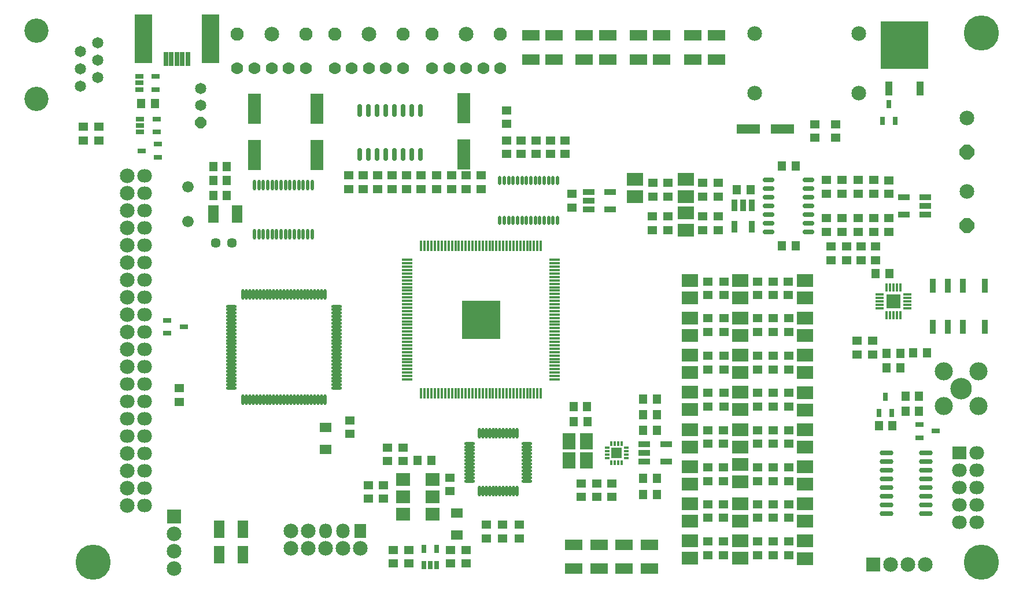
<source format=gts>
G04*
G04 #@! TF.GenerationSoftware,Altium Limited,Altium Designer,21.9.1 (22)*
G04*
G04 Layer_Color=8388736*
%FSLAX44Y44*%
%MOMM*%
G71*
G04*
G04 #@! TF.SameCoordinates,E6CF621C-C939-4E50-91FD-6E13A024CA84*
G04*
G04*
G04 #@! TF.FilePolarity,Negative*
G04*
G01*
G75*
%ADD23R,5.5000X5.5250*%
%ADD24O,1.5500X0.4500*%
%ADD25O,0.4500X1.5500*%
%ADD26R,1.4000X1.1500*%
%ADD27R,0.7500X0.4000*%
%ADD28R,1.6000X1.6000*%
%ADD29R,0.4000X0.7500*%
%ADD30R,0.7500X1.1500*%
%ADD31R,1.1500X1.4000*%
%ADD32R,1.1500X0.7500*%
%ADD33O,1.5500X0.4000*%
%ADD34O,0.4000X1.5500*%
%ADD35R,2.1500X1.9500*%
%ADD36R,1.2500X0.4000*%
%ADD37R,0.4000X1.2500*%
%ADD38R,2.1500X2.1500*%
%ADD39R,2.5500X1.5500*%
%ADD40R,3.4500X1.3500*%
%ADD41R,1.1000X2.0500*%
%ADD42R,6.9500X7.0500*%
%ADD43R,2.3900X1.8500*%
%ADD44O,2.0000X0.7500*%
%ADD45O,0.7000X1.9000*%
G04:AMPARAMS|DCode=46|XSize=1.75mm|YSize=0.75mm|CornerRadius=0.375mm|HoleSize=0mm|Usage=FLASHONLY|Rotation=180.000|XOffset=0mm|YOffset=0mm|HoleType=Round|Shape=RoundedRectangle|*
%AMROUNDEDRECTD46*
21,1,1.7500,0.0000,0,0,180.0*
21,1,1.0000,0.7500,0,0,180.0*
1,1,0.7500,-0.5000,0.0000*
1,1,0.7500,0.5000,0.0000*
1,1,0.7500,0.5000,0.0000*
1,1,0.7500,-0.5000,0.0000*
%
%ADD46ROUNDEDRECTD46*%
G04:AMPARAMS|DCode=47|XSize=1.55mm|YSize=0.5mm|CornerRadius=0.25mm|HoleSize=0mm|Usage=FLASHONLY|Rotation=90.000|XOffset=0mm|YOffset=0mm|HoleType=Round|Shape=RoundedRectangle|*
%AMROUNDEDRECTD47*
21,1,1.5500,0.0000,0,0,90.0*
21,1,1.0500,0.5000,0,0,90.0*
1,1,0.5000,0.0000,0.5250*
1,1,0.5000,0.0000,-0.5250*
1,1,0.5000,0.0000,-0.5250*
1,1,0.5000,0.0000,0.5250*
%
%ADD47ROUNDEDRECTD47*%
%ADD48O,0.5000X1.3500*%
%ADD49R,0.6500X2.1500*%
%ADD50R,2.6500X7.1500*%
%ADD51R,0.8500X2.1500*%
%ADD52R,1.9500X4.4000*%
%ADD53R,1.8000X0.9100*%
%ADD54R,0.9100X1.8000*%
%ADD55R,1.7500X1.3500*%
%ADD56R,1.5500X2.5500*%
%ADD57R,1.8500X2.3900*%
%ADD58C,0.8500*%
%ADD59R,2.1500X1.9500*%
%ADD60O,2.1500X1.9500*%
%ADD61R,5.7032X5.7032*%
%ADD62C,1.6500*%
%ADD63C,2.1500*%
%ADD64P,2.3272X8X112.5*%
%ADD65R,1.7500X2.1500*%
%ADD66O,1.9500X2.1500*%
%ADD67O,1.8500X2.1500*%
%ADD68R,2.1500X2.1500*%
%ADD69C,3.1500*%
%ADD70C,2.6500*%
%ADD71P,1.7860X8X112.5*%
%ADD72C,1.6740*%
%ADD73C,5.1500*%
%ADD74C,1.4500*%
%ADD75C,1.7740*%
%ADD76C,1.9500*%
%ADD77C,0.6500*%
%ADD78C,3.5500*%
%ADD79C,1.3500*%
%ADD80C,1.1500*%
D23*
X677750Y-449875D02*
D03*
D24*
X744825Y-686001D02*
D03*
Y-681001D02*
D03*
Y-676001D02*
D03*
Y-671001D02*
D03*
Y-666001D02*
D03*
X744825Y-661001D02*
D03*
Y-656001D02*
D03*
X744825Y-651001D02*
D03*
Y-646001D02*
D03*
Y-641001D02*
D03*
Y-636001D02*
D03*
Y-631001D02*
D03*
X660825D02*
D03*
Y-636001D02*
D03*
Y-641001D02*
D03*
Y-646001D02*
D03*
Y-651001D02*
D03*
X660825Y-656001D02*
D03*
Y-661001D02*
D03*
X660825Y-666001D02*
D03*
Y-671001D02*
D03*
Y-676001D02*
D03*
Y-681001D02*
D03*
Y-686001D02*
D03*
X466250Y-430250D02*
D03*
Y-435250D02*
D03*
Y-440250D02*
D03*
Y-445250D02*
D03*
Y-450250D02*
D03*
Y-455250D02*
D03*
Y-460250D02*
D03*
Y-465250D02*
D03*
Y-470250D02*
D03*
Y-475250D02*
D03*
Y-480250D02*
D03*
Y-485250D02*
D03*
Y-490250D02*
D03*
Y-495250D02*
D03*
Y-500250D02*
D03*
Y-505250D02*
D03*
Y-510250D02*
D03*
Y-515250D02*
D03*
Y-520250D02*
D03*
Y-525250D02*
D03*
Y-530250D02*
D03*
Y-535250D02*
D03*
Y-540250D02*
D03*
Y-545250D02*
D03*
Y-550250D02*
D03*
X312250D02*
D03*
Y-545250D02*
D03*
Y-540250D02*
D03*
Y-535250D02*
D03*
Y-530250D02*
D03*
Y-525250D02*
D03*
Y-520250D02*
D03*
Y-515250D02*
D03*
Y-510250D02*
D03*
Y-505250D02*
D03*
Y-500250D02*
D03*
Y-495250D02*
D03*
Y-490250D02*
D03*
Y-485250D02*
D03*
Y-480250D02*
D03*
Y-475250D02*
D03*
Y-470250D02*
D03*
Y-465250D02*
D03*
Y-460250D02*
D03*
Y-455250D02*
D03*
Y-450250D02*
D03*
Y-445250D02*
D03*
Y-440250D02*
D03*
Y-435250D02*
D03*
Y-430250D02*
D03*
D25*
X730325Y-616501D02*
D03*
X725325D02*
D03*
X720325D02*
D03*
X715325D02*
D03*
X710325D02*
D03*
X705325Y-616501D02*
D03*
X700325D02*
D03*
X695325Y-616501D02*
D03*
X690325D02*
D03*
X685325D02*
D03*
X680325D02*
D03*
X675325D02*
D03*
Y-700501D02*
D03*
X680325D02*
D03*
X685325D02*
D03*
X690325D02*
D03*
X695325D02*
D03*
X700325Y-700501D02*
D03*
X705325D02*
D03*
X710325Y-700501D02*
D03*
X715325D02*
D03*
X720325D02*
D03*
X725325D02*
D03*
X730325D02*
D03*
X329250Y-413250D02*
D03*
X334250D02*
D03*
X339250D02*
D03*
X344250D02*
D03*
X349250D02*
D03*
X354250D02*
D03*
X359250D02*
D03*
X364250D02*
D03*
X369250D02*
D03*
X374250D02*
D03*
X379250D02*
D03*
X384250D02*
D03*
X389250D02*
D03*
X394250D02*
D03*
X399250D02*
D03*
X404250D02*
D03*
X409250D02*
D03*
X414250D02*
D03*
X419250D02*
D03*
X424250D02*
D03*
X429250D02*
D03*
X434250D02*
D03*
X439250D02*
D03*
X444250D02*
D03*
X449250D02*
D03*
Y-567250D02*
D03*
X444250D02*
D03*
X439250D02*
D03*
X434250D02*
D03*
X429250D02*
D03*
X424250D02*
D03*
X419250D02*
D03*
X414250D02*
D03*
X409250D02*
D03*
X404250D02*
D03*
X399250D02*
D03*
X394250D02*
D03*
X389250D02*
D03*
X384250D02*
D03*
X379250D02*
D03*
X374250D02*
D03*
X369250D02*
D03*
X364250D02*
D03*
X359250D02*
D03*
X354250D02*
D03*
X349250D02*
D03*
X344250D02*
D03*
X339250D02*
D03*
X334250D02*
D03*
X329250D02*
D03*
D26*
X709390Y-770000D02*
D03*
Y-750000D02*
D03*
X685265Y-770000D02*
D03*
Y-750000D02*
D03*
X733515D02*
D03*
Y-770000D02*
D03*
X236253Y-550000D02*
D03*
Y-570000D02*
D03*
X535237Y-692000D02*
D03*
Y-712000D02*
D03*
X563423Y-657062D02*
D03*
Y-637062D02*
D03*
X540374D02*
D03*
Y-657062D02*
D03*
X1197000Y-163750D02*
D03*
Y-183750D02*
D03*
X1166250Y-163750D02*
D03*
Y-183750D02*
D03*
X800500Y-187500D02*
D03*
Y-207500D02*
D03*
X779250Y-187250D02*
D03*
Y-207250D02*
D03*
X757917Y-187250D02*
D03*
Y-207250D02*
D03*
X736583Y-187250D02*
D03*
Y-207250D02*
D03*
X715250Y-187250D02*
D03*
Y-207250D02*
D03*
X1255500Y-343000D02*
D03*
Y-363000D02*
D03*
X1234500Y-343000D02*
D03*
Y-363000D02*
D03*
X1212750Y-343000D02*
D03*
Y-363000D02*
D03*
X1190250Y-343000D02*
D03*
Y-363000D02*
D03*
X1250750Y-501000D02*
D03*
Y-481000D02*
D03*
X1228000Y-501000D02*
D03*
Y-481000D02*
D03*
X715500Y-163500D02*
D03*
Y-143500D02*
D03*
X1105500Y-394000D02*
D03*
Y-414000D02*
D03*
X1082750Y-394000D02*
D03*
Y-414000D02*
D03*
X1127500D02*
D03*
Y-394000D02*
D03*
X1033250Y-414000D02*
D03*
Y-394000D02*
D03*
X1009750Y-414000D02*
D03*
Y-394000D02*
D03*
X1183250Y-301250D02*
D03*
Y-321250D02*
D03*
X1206500D02*
D03*
Y-301250D02*
D03*
X1229750D02*
D03*
Y-321250D02*
D03*
X1253000Y-301250D02*
D03*
Y-321250D02*
D03*
X1274750Y-301250D02*
D03*
Y-321250D02*
D03*
X1253000Y-265500D02*
D03*
Y-245500D02*
D03*
X1274750Y-265750D02*
D03*
Y-245750D02*
D03*
X1229750Y-265500D02*
D03*
Y-245500D02*
D03*
X1206500D02*
D03*
Y-265500D02*
D03*
X1183250Y-245500D02*
D03*
Y-265500D02*
D03*
X1025179Y-318579D02*
D03*
Y-298579D02*
D03*
X1002429Y-318579D02*
D03*
Y-298579D02*
D03*
X929429Y-249579D02*
D03*
Y-269579D02*
D03*
X951679D02*
D03*
Y-249579D02*
D03*
Y-298579D02*
D03*
Y-318579D02*
D03*
X928929Y-298579D02*
D03*
Y-318579D02*
D03*
X1128000Y-522583D02*
D03*
Y-502583D02*
D03*
X1105500D02*
D03*
Y-522583D02*
D03*
X1082750Y-502583D02*
D03*
Y-522583D02*
D03*
X1128000Y-468000D02*
D03*
Y-448000D02*
D03*
X1105500D02*
D03*
Y-468000D02*
D03*
X1128000Y-576917D02*
D03*
Y-556917D02*
D03*
Y-631500D02*
D03*
Y-611500D02*
D03*
X1105500Y-556917D02*
D03*
Y-576917D02*
D03*
Y-611500D02*
D03*
Y-631500D02*
D03*
X1009750Y-468000D02*
D03*
Y-448000D02*
D03*
X1033500Y-468000D02*
D03*
Y-448000D02*
D03*
X1082750D02*
D03*
Y-468000D02*
D03*
X1082750Y-556917D02*
D03*
Y-576917D02*
D03*
Y-611500D02*
D03*
Y-631500D02*
D03*
X1032750D02*
D03*
Y-611500D02*
D03*
X1009750Y-631500D02*
D03*
Y-611500D02*
D03*
Y-576917D02*
D03*
Y-556917D02*
D03*
X1033250Y-576917D02*
D03*
Y-556917D02*
D03*
Y-522583D02*
D03*
Y-502583D02*
D03*
X1009750Y-522583D02*
D03*
Y-502583D02*
D03*
X1128000Y-686000D02*
D03*
Y-666000D02*
D03*
X1105500D02*
D03*
Y-686000D02*
D03*
X1082750Y-666000D02*
D03*
Y-686000D02*
D03*
X1032250D02*
D03*
Y-666000D02*
D03*
X1009750Y-686000D02*
D03*
Y-666000D02*
D03*
X1128000Y-739917D02*
D03*
Y-719917D02*
D03*
X1105500D02*
D03*
Y-739917D02*
D03*
X1082750Y-719917D02*
D03*
Y-739917D02*
D03*
X1009750D02*
D03*
Y-719917D02*
D03*
X1032250Y-739917D02*
D03*
Y-719917D02*
D03*
X1128000Y-794750D02*
D03*
Y-774750D02*
D03*
X1032250Y-794750D02*
D03*
Y-774750D02*
D03*
X1082750D02*
D03*
Y-794750D02*
D03*
X1105500Y-774750D02*
D03*
Y-794750D02*
D03*
X1009750D02*
D03*
Y-774750D02*
D03*
X824250Y-689500D02*
D03*
Y-709500D02*
D03*
X656250Y-807000D02*
D03*
Y-787000D02*
D03*
X512947Y-712000D02*
D03*
Y-692000D02*
D03*
X632750Y-787000D02*
D03*
Y-807000D02*
D03*
X571750D02*
D03*
Y-787000D02*
D03*
X549000Y-807000D02*
D03*
Y-787000D02*
D03*
X869000Y-689500D02*
D03*
Y-709500D02*
D03*
X847250Y-689500D02*
D03*
Y-709500D02*
D03*
X632395Y-681056D02*
D03*
Y-701056D02*
D03*
X118500Y-187250D02*
D03*
Y-167250D02*
D03*
X95250Y-167250D02*
D03*
Y-187250D02*
D03*
X677750Y-258500D02*
D03*
Y-238500D02*
D03*
X656000Y-258500D02*
D03*
Y-238500D02*
D03*
X634500Y-258500D02*
D03*
Y-238500D02*
D03*
X612500Y-258500D02*
D03*
Y-238500D02*
D03*
X589750Y-258500D02*
D03*
Y-238500D02*
D03*
X568688D02*
D03*
Y-258500D02*
D03*
X547625Y-238500D02*
D03*
Y-258500D02*
D03*
X526562Y-238500D02*
D03*
Y-258500D02*
D03*
X505500D02*
D03*
Y-238500D02*
D03*
X483750D02*
D03*
Y-258500D02*
D03*
X1002429Y-249579D02*
D03*
Y-269579D02*
D03*
X1025179D02*
D03*
Y-249579D02*
D03*
X811250Y-265500D02*
D03*
Y-285500D02*
D03*
X485500Y-597250D02*
D03*
Y-617250D02*
D03*
D27*
X862250Y-637500D02*
D03*
Y-652500D02*
D03*
Y-642500D02*
D03*
Y-647500D02*
D03*
X890250Y-652500D02*
D03*
Y-647500D02*
D03*
Y-642500D02*
D03*
Y-637500D02*
D03*
D28*
X876250Y-645000D02*
D03*
D29*
X868750Y-659000D02*
D03*
X873750D02*
D03*
X878750D02*
D03*
X883750D02*
D03*
X868750Y-631000D02*
D03*
X873750D02*
D03*
X878750D02*
D03*
X883750D02*
D03*
D30*
X1269503Y-562463D02*
D03*
X1279003Y-586464D02*
D03*
X1260003D02*
D03*
X1265500Y-158500D02*
D03*
X1284500D02*
D03*
X1275000Y-134500D02*
D03*
X593750Y-785500D02*
D03*
X612750D02*
D03*
Y-809500D02*
D03*
X603250D02*
D03*
X593750D02*
D03*
D31*
X1319043Y-584238D02*
D03*
X1299043D02*
D03*
X1280197Y-605051D02*
D03*
X1260197D02*
D03*
X1299043Y-562232D02*
D03*
X1319043D02*
D03*
X585016Y-656062D02*
D03*
X605016D02*
D03*
X935000Y-705750D02*
D03*
X915000D02*
D03*
X915000Y-682500D02*
D03*
X935000D02*
D03*
X1255750Y-382250D02*
D03*
X1275750D02*
D03*
X1271750Y-520750D02*
D03*
X1291750D02*
D03*
X1291500Y-499250D02*
D03*
X1271500D02*
D03*
X1310750Y-498750D02*
D03*
X1330750D02*
D03*
X1118250Y-342000D02*
D03*
X1138250D02*
D03*
X1118500Y-224750D02*
D03*
X1138500D02*
D03*
X1072179Y-259579D02*
D03*
X1052179D02*
D03*
X935000Y-566000D02*
D03*
X915000D02*
D03*
X813250Y-577250D02*
D03*
X833250D02*
D03*
X833500Y-599500D02*
D03*
X813500D02*
D03*
X915000Y-589000D02*
D03*
X935000D02*
D03*
X915000Y-611750D02*
D03*
X935000D02*
D03*
X285500Y-246500D02*
D03*
X305500D02*
D03*
X285500Y-267750D02*
D03*
X305500D02*
D03*
X285500Y-225750D02*
D03*
X305500D02*
D03*
X180250Y-133250D02*
D03*
X200250D02*
D03*
D32*
X1343474Y-612989D02*
D03*
X1319474Y-622488D02*
D03*
Y-603489D02*
D03*
X205000Y-212000D02*
D03*
Y-193000D02*
D03*
X181000Y-202500D02*
D03*
X218500Y-451000D02*
D03*
Y-470000D02*
D03*
X242500Y-460500D02*
D03*
X177500Y-93750D02*
D03*
Y-103250D02*
D03*
Y-112750D02*
D03*
X201500D02*
D03*
Y-93750D02*
D03*
X178750Y-156250D02*
D03*
Y-165750D02*
D03*
Y-175250D02*
D03*
X202750D02*
D03*
Y-156250D02*
D03*
D33*
X569750Y-362321D02*
D03*
Y-367321D02*
D03*
Y-372321D02*
D03*
Y-377321D02*
D03*
Y-382321D02*
D03*
Y-387321D02*
D03*
Y-392321D02*
D03*
Y-397321D02*
D03*
Y-402321D02*
D03*
Y-407321D02*
D03*
Y-412321D02*
D03*
Y-417321D02*
D03*
Y-422321D02*
D03*
Y-427321D02*
D03*
Y-432321D02*
D03*
Y-437321D02*
D03*
Y-442321D02*
D03*
Y-447321D02*
D03*
Y-452321D02*
D03*
Y-457321D02*
D03*
Y-462321D02*
D03*
Y-467321D02*
D03*
Y-472321D02*
D03*
Y-477321D02*
D03*
Y-482321D02*
D03*
Y-487321D02*
D03*
Y-492321D02*
D03*
Y-497321D02*
D03*
Y-502321D02*
D03*
Y-507321D02*
D03*
Y-512321D02*
D03*
Y-517321D02*
D03*
Y-522321D02*
D03*
Y-527321D02*
D03*
Y-532321D02*
D03*
Y-537321D02*
D03*
X785750D02*
D03*
Y-532321D02*
D03*
Y-527321D02*
D03*
Y-522321D02*
D03*
Y-517321D02*
D03*
Y-512321D02*
D03*
Y-507321D02*
D03*
Y-502321D02*
D03*
Y-497321D02*
D03*
Y-492321D02*
D03*
Y-487321D02*
D03*
Y-482321D02*
D03*
Y-477321D02*
D03*
Y-472321D02*
D03*
Y-467321D02*
D03*
Y-462321D02*
D03*
Y-457321D02*
D03*
Y-452321D02*
D03*
Y-447321D02*
D03*
Y-442321D02*
D03*
Y-437321D02*
D03*
Y-432321D02*
D03*
Y-427321D02*
D03*
Y-422321D02*
D03*
Y-417321D02*
D03*
Y-412321D02*
D03*
Y-407321D02*
D03*
Y-402321D02*
D03*
Y-397321D02*
D03*
Y-392321D02*
D03*
Y-387321D02*
D03*
Y-382321D02*
D03*
Y-377321D02*
D03*
Y-372321D02*
D03*
Y-367321D02*
D03*
Y-362321D02*
D03*
D34*
X590250Y-557821D02*
D03*
X595250D02*
D03*
X600250D02*
D03*
X605250D02*
D03*
X610250D02*
D03*
X615250D02*
D03*
X620250D02*
D03*
X625250D02*
D03*
X630250D02*
D03*
X635250D02*
D03*
X640250D02*
D03*
X645250D02*
D03*
X650250D02*
D03*
X655250D02*
D03*
X660250D02*
D03*
X665250D02*
D03*
X670250D02*
D03*
X675250D02*
D03*
X680250D02*
D03*
X685250D02*
D03*
X690250D02*
D03*
X695250D02*
D03*
X700250D02*
D03*
X705250D02*
D03*
X710250D02*
D03*
X715250D02*
D03*
X720250D02*
D03*
X725250D02*
D03*
X730250D02*
D03*
X735250D02*
D03*
X740250D02*
D03*
X745250D02*
D03*
X750250D02*
D03*
X755250D02*
D03*
X760250D02*
D03*
X765250D02*
D03*
Y-341821D02*
D03*
X760250D02*
D03*
X755250D02*
D03*
X750250D02*
D03*
X745250D02*
D03*
X740250D02*
D03*
X735250D02*
D03*
X730250D02*
D03*
X725250D02*
D03*
X720250D02*
D03*
X715250D02*
D03*
X710250D02*
D03*
X705250D02*
D03*
X700250D02*
D03*
X695250D02*
D03*
X690250D02*
D03*
X685250D02*
D03*
X680250D02*
D03*
X675250D02*
D03*
X670250D02*
D03*
X665250D02*
D03*
X660250D02*
D03*
X655250D02*
D03*
X650250D02*
D03*
X645250D02*
D03*
X640250D02*
D03*
X635250D02*
D03*
X630250D02*
D03*
X625250D02*
D03*
X620250D02*
D03*
X615250D02*
D03*
X610250D02*
D03*
X605250D02*
D03*
X600250D02*
D03*
X595250D02*
D03*
X590250D02*
D03*
D35*
X563800Y-734895D02*
D03*
Y-709495D02*
D03*
Y-684095D02*
D03*
X607100D02*
D03*
Y-709495D02*
D03*
Y-734895D02*
D03*
D36*
X1301750Y-433000D02*
D03*
Y-428000D02*
D03*
Y-423000D02*
D03*
Y-418000D02*
D03*
Y-413000D02*
D03*
X1261250D02*
D03*
Y-418000D02*
D03*
Y-423000D02*
D03*
Y-428000D02*
D03*
Y-433000D02*
D03*
D37*
X1291500Y-402750D02*
D03*
X1286500D02*
D03*
X1281500D02*
D03*
X1276500D02*
D03*
X1271500D02*
D03*
Y-443250D02*
D03*
X1276500D02*
D03*
X1281500D02*
D03*
X1286500D02*
D03*
X1291500D02*
D03*
D38*
X1281500Y-423000D02*
D03*
X228000Y-737900D02*
D03*
D39*
X987500Y-33750D02*
D03*
Y-68750D02*
D03*
X924000Y-814500D02*
D03*
Y-779500D02*
D03*
X850333Y-814500D02*
D03*
Y-779500D02*
D03*
X887167Y-814500D02*
D03*
Y-779500D02*
D03*
X813500Y-814500D02*
D03*
Y-779500D02*
D03*
X828833Y-68750D02*
D03*
Y-33750D02*
D03*
X750583Y-68750D02*
D03*
Y-33750D02*
D03*
X942317Y-68750D02*
D03*
Y-33750D02*
D03*
X908067Y-68750D02*
D03*
Y-33750D02*
D03*
X863083Y-68750D02*
D03*
Y-33750D02*
D03*
X1022249Y-68750D02*
D03*
Y-33750D02*
D03*
X784500Y-68750D02*
D03*
Y-33750D02*
D03*
D40*
X1118750Y-171000D02*
D03*
X1069000D02*
D03*
D41*
X1274700Y-111570D02*
D03*
X1320300D02*
D03*
D42*
X1297500Y-47750D02*
D03*
D43*
X903179Y-244250D02*
D03*
Y-269750D02*
D03*
X1152000Y-418000D02*
D03*
Y-392500D02*
D03*
X1057250Y-392671D02*
D03*
Y-418171D02*
D03*
X983750Y-418000D02*
D03*
Y-392500D02*
D03*
X977679Y-269579D02*
D03*
Y-244079D02*
D03*
Y-319079D02*
D03*
Y-293579D02*
D03*
X1151929Y-636296D02*
D03*
Y-610796D02*
D03*
Y-581921D02*
D03*
Y-556421D02*
D03*
Y-527546D02*
D03*
Y-502046D02*
D03*
Y-473171D02*
D03*
Y-447671D02*
D03*
X983750Y-447500D02*
D03*
Y-473000D02*
D03*
X1057500Y-447500D02*
D03*
Y-473000D02*
D03*
Y-501875D02*
D03*
Y-527375D02*
D03*
Y-556250D02*
D03*
Y-581750D02*
D03*
Y-610625D02*
D03*
Y-636125D02*
D03*
X983750Y-501875D02*
D03*
Y-527375D02*
D03*
Y-556250D02*
D03*
Y-581750D02*
D03*
X983750Y-610625D02*
D03*
Y-636125D02*
D03*
X983750Y-665000D02*
D03*
Y-690500D02*
D03*
X1151929Y-690671D02*
D03*
Y-665171D02*
D03*
X1057500Y-662000D02*
D03*
Y-687500D02*
D03*
X1151929Y-745046D02*
D03*
Y-719546D02*
D03*
X983750Y-719375D02*
D03*
Y-744875D02*
D03*
X1057500Y-719375D02*
D03*
Y-744875D02*
D03*
X1151929Y-799421D02*
D03*
Y-773921D02*
D03*
X1057500Y-773750D02*
D03*
Y-799250D02*
D03*
X983750Y-773750D02*
D03*
Y-799250D02*
D03*
D44*
X1271250Y-645290D02*
D03*
Y-657990D02*
D03*
Y-670690D02*
D03*
Y-683390D02*
D03*
Y-696090D02*
D03*
Y-708790D02*
D03*
Y-721490D02*
D03*
Y-734190D02*
D03*
X1329250Y-645290D02*
D03*
Y-657990D02*
D03*
Y-670690D02*
D03*
Y-683390D02*
D03*
Y-696090D02*
D03*
Y-708790D02*
D03*
Y-721490D02*
D03*
Y-734190D02*
D03*
D45*
X588700Y-143250D02*
D03*
X576000D02*
D03*
X563300D02*
D03*
X550600D02*
D03*
X537900D02*
D03*
X525200D02*
D03*
X512500D02*
D03*
X499800D02*
D03*
X588700Y-207750D02*
D03*
X576000D02*
D03*
X563300D02*
D03*
X550600D02*
D03*
X537900D02*
D03*
X525200D02*
D03*
X512500D02*
D03*
X499800D02*
D03*
D46*
X1098500Y-321750D02*
D03*
Y-309050D02*
D03*
Y-296350D02*
D03*
Y-283650D02*
D03*
Y-270950D02*
D03*
Y-258250D02*
D03*
Y-245550D02*
D03*
X1157500D02*
D03*
Y-258250D02*
D03*
Y-270950D02*
D03*
Y-283650D02*
D03*
Y-296350D02*
D03*
Y-309050D02*
D03*
Y-321750D02*
D03*
D47*
X346000Y-324500D02*
D03*
X352500D02*
D03*
X359000D02*
D03*
X365500D02*
D03*
X372000D02*
D03*
X378500D02*
D03*
X385000D02*
D03*
X391500D02*
D03*
X398000D02*
D03*
X404500D02*
D03*
X411000D02*
D03*
X417500D02*
D03*
X424000D02*
D03*
X430500D02*
D03*
X346000Y-252500D02*
D03*
X352500D02*
D03*
X359000D02*
D03*
X365500D02*
D03*
X372000D02*
D03*
X378500D02*
D03*
X385000D02*
D03*
X391500D02*
D03*
X398000D02*
D03*
X404500D02*
D03*
X411000D02*
D03*
X417500D02*
D03*
X424000D02*
D03*
X430500D02*
D03*
D48*
X789750Y-246250D02*
D03*
X783250D02*
D03*
X776750D02*
D03*
X770250D02*
D03*
X763750D02*
D03*
X757250D02*
D03*
X750750D02*
D03*
X744250D02*
D03*
X737750D02*
D03*
X731250D02*
D03*
X724750D02*
D03*
X718250D02*
D03*
X711750D02*
D03*
X705250D02*
D03*
X789750Y-304750D02*
D03*
X783250D02*
D03*
X776750D02*
D03*
X770250D02*
D03*
X763750D02*
D03*
X757250D02*
D03*
X750750D02*
D03*
X744250D02*
D03*
X737750D02*
D03*
X731250D02*
D03*
X724750D02*
D03*
X718250D02*
D03*
X711750D02*
D03*
X705250D02*
D03*
D49*
X216250Y-68500D02*
D03*
X224250D02*
D03*
X232250D02*
D03*
X240250D02*
D03*
X248250D02*
D03*
D50*
X183250Y-38500D02*
D03*
X281250D02*
D03*
D51*
X1338750Y-460500D02*
D03*
X1360750D02*
D03*
X1383000Y-460500D02*
D03*
X1415000Y-460500D02*
D03*
Y-400500D02*
D03*
X1383000D02*
D03*
X1360750D02*
D03*
X1338750D02*
D03*
D52*
X652500Y-208250D02*
D03*
Y-140250D02*
D03*
X437250Y-208750D02*
D03*
Y-140750D02*
D03*
X346000Y-209000D02*
D03*
Y-141000D02*
D03*
D53*
X1328500Y-270250D02*
D03*
Y-282950D02*
D03*
Y-295650D02*
D03*
X1296700Y-270250D02*
D03*
Y-295650D02*
D03*
X916750Y-657750D02*
D03*
Y-645050D02*
D03*
Y-632350D02*
D03*
X948550Y-657750D02*
D03*
Y-632350D02*
D03*
X867050Y-263100D02*
D03*
Y-288500D02*
D03*
X835250Y-263100D02*
D03*
Y-275800D02*
D03*
Y-288500D02*
D03*
D54*
X1048679Y-282079D02*
D03*
X1061379D02*
D03*
X1074079D02*
D03*
X1048679Y-313879D02*
D03*
X1074079D02*
D03*
D55*
X450250Y-608000D02*
D03*
Y-640000D02*
D03*
X642750Y-765000D02*
D03*
Y-733000D02*
D03*
D56*
X329000Y-794000D02*
D03*
X294000D02*
D03*
X329000Y-756500D02*
D03*
X294000D02*
D03*
X285750Y-295250D02*
D03*
X320750D02*
D03*
D57*
X806500Y-656000D02*
D03*
X832000D02*
D03*
X806750Y-628000D02*
D03*
X832250D02*
D03*
D58*
X876250Y-645000D02*
D03*
X1286500Y-418000D02*
D03*
X1276500Y-428000D02*
D03*
D59*
X1377800Y-644950D02*
D03*
D60*
X1403200Y-746550D02*
D03*
Y-695750D02*
D03*
Y-721150D02*
D03*
X1377800Y-746550D02*
D03*
Y-721150D02*
D03*
X1403200Y-644950D02*
D03*
X1377800Y-670350D02*
D03*
X1403200D02*
D03*
X1377800Y-695750D02*
D03*
X185400Y-239200D02*
D03*
Y-264600D02*
D03*
Y-290100D02*
D03*
Y-315400D02*
D03*
Y-340900D02*
D03*
Y-366200D02*
D03*
Y-391600D02*
D03*
Y-417000D02*
D03*
Y-442400D02*
D03*
Y-468000D02*
D03*
X160000Y-544000D02*
D03*
Y-569400D02*
D03*
Y-594800D02*
D03*
Y-620200D02*
D03*
X185400Y-493200D02*
D03*
Y-518600D02*
D03*
Y-544000D02*
D03*
Y-569400D02*
D03*
Y-594800D02*
D03*
Y-620200D02*
D03*
Y-645600D02*
D03*
Y-671000D02*
D03*
Y-696400D02*
D03*
Y-721800D02*
D03*
D61*
X677750Y-449821D02*
D03*
D62*
X116400Y-44650D02*
D03*
X91000Y-57350D02*
D03*
X116400Y-70050D02*
D03*
X91000Y-82750D02*
D03*
X116400Y-95450D02*
D03*
X91000Y-108150D02*
D03*
X267370Y-136220D02*
D03*
Y-111220D02*
D03*
D63*
X1230500Y-118250D02*
D03*
Y-31250D02*
D03*
X1078000D02*
D03*
Y-118250D02*
D03*
X1389250Y-262250D02*
D03*
X399450Y-784700D02*
D03*
X450250D02*
D03*
X424850D02*
D03*
X399450Y-759300D02*
D03*
X424850D02*
D03*
X501050Y-784700D02*
D03*
X475650D02*
D03*
X1302380Y-808000D02*
D03*
X1276980D02*
D03*
X1327780D02*
D03*
X160000Y-239200D02*
D03*
Y-264600D02*
D03*
Y-290000D02*
D03*
Y-315500D02*
D03*
Y-340900D02*
D03*
Y-366300D02*
D03*
Y-391700D02*
D03*
Y-417200D02*
D03*
Y-442600D02*
D03*
Y-468000D02*
D03*
Y-493441D02*
D03*
Y-518600D02*
D03*
Y-645600D02*
D03*
Y-671000D02*
D03*
Y-696400D02*
D03*
Y-721800D02*
D03*
X1388750Y-154250D02*
D03*
X228000Y-814100D02*
D03*
Y-763300D02*
D03*
Y-788700D02*
D03*
X656000Y-32000D02*
D03*
X371000D02*
D03*
X513500D02*
D03*
D64*
X1389250Y-312250D02*
D03*
X1388750Y-204250D02*
D03*
D65*
X501050Y-759300D02*
D03*
D66*
X475650D02*
D03*
D67*
X450250D02*
D03*
D68*
X1251580Y-808000D02*
D03*
D69*
X1380250Y-551250D02*
D03*
D70*
X1405650Y-525850D02*
D03*
Y-576650D02*
D03*
X1354850D02*
D03*
Y-525850D02*
D03*
D71*
X267370Y-161220D02*
D03*
D72*
X248250Y-306250D02*
D03*
X248250Y-255751D02*
D03*
D73*
X1410000Y-30000D02*
D03*
Y-805000D02*
D03*
X110000D02*
D03*
X677750Y-449821D02*
D03*
D74*
X313000Y-337250D02*
D03*
X289250D02*
D03*
X1151429Y-666171D02*
D03*
Y-720546D02*
D03*
Y-774921D02*
D03*
X1057000Y-800250D02*
D03*
Y-774750D02*
D03*
Y-745875D02*
D03*
Y-720375D02*
D03*
Y-688500D02*
D03*
Y-663000D02*
D03*
Y-637125D02*
D03*
Y-611625D02*
D03*
X983250D02*
D03*
X984250Y-667000D02*
D03*
X983375Y-720500D02*
D03*
X983250Y-774750D02*
D03*
X1151500Y-800250D02*
D03*
X1151750Y-745750D02*
D03*
X1152250Y-692750D02*
D03*
X1152000Y-636750D02*
D03*
X984000Y-800250D02*
D03*
Y-745750D02*
D03*
X983750Y-690500D02*
D03*
X983750Y-637000D02*
D03*
D75*
X631000Y-82000D02*
D03*
X606000D02*
D03*
X681000D02*
D03*
X706000D02*
D03*
X656000D02*
D03*
X346000D02*
D03*
X321000D02*
D03*
X396000D02*
D03*
X421000D02*
D03*
X371000D02*
D03*
X488500D02*
D03*
X463500D02*
D03*
X538500D02*
D03*
X563500D02*
D03*
X513500D02*
D03*
D76*
X606000Y-32000D02*
D03*
X706000D02*
D03*
X321000D02*
D03*
X421000D02*
D03*
X463500D02*
D03*
X563500D02*
D03*
D77*
X699750Y-471821D02*
D03*
X688750D02*
D03*
X677750D02*
D03*
X666750D02*
D03*
X655750D02*
D03*
X699750Y-460821D02*
D03*
X655750D02*
D03*
X699750Y-449821D02*
D03*
X655750D02*
D03*
X699750Y-438821D02*
D03*
X655750D02*
D03*
X699750Y-427821D02*
D03*
X688750D02*
D03*
X677750D02*
D03*
X666750D02*
D03*
X655750D02*
D03*
D78*
X26900Y-126450D02*
D03*
Y-26450D02*
D03*
D79*
X983250Y-582750D02*
D03*
X1057000D02*
D03*
X1151429Y-557421D02*
D03*
X1057000Y-557250D02*
D03*
X983250D02*
D03*
X1152250Y-583000D02*
D03*
D80*
X1151750Y-392250D02*
D03*
X983958Y-503583D02*
D03*
X983250Y-474000D02*
D03*
X983750Y-449000D02*
D03*
X983250Y-419000D02*
D03*
Y-393500D02*
D03*
X1151429Y-448671D02*
D03*
Y-503046D02*
D03*
X1057000Y-528375D02*
D03*
Y-502875D02*
D03*
Y-474000D02*
D03*
Y-448500D02*
D03*
X1056750Y-419171D02*
D03*
X983250Y-528375D02*
D03*
X1152250Y-418500D02*
D03*
X1153250Y-474250D02*
D03*
X1152000Y-527750D02*
D03*
M02*

</source>
